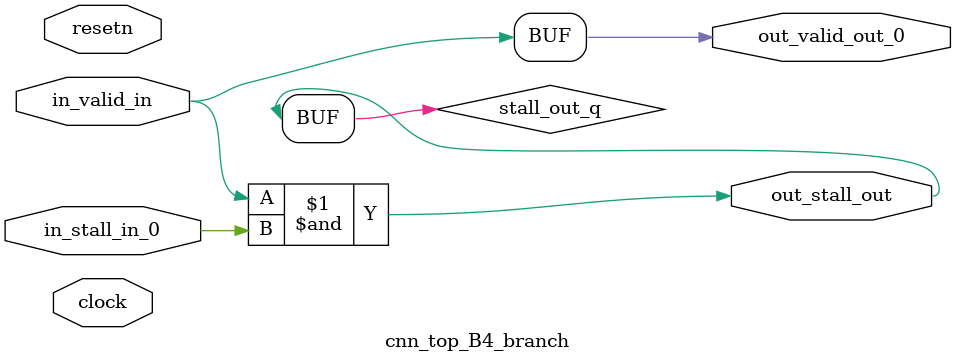
<source format=sv>



(* altera_attribute = "-name AUTO_SHIFT_REGISTER_RECOGNITION OFF; -name MESSAGE_DISABLE 10036; -name MESSAGE_DISABLE 10037; -name MESSAGE_DISABLE 14130; -name MESSAGE_DISABLE 14320; -name MESSAGE_DISABLE 15400; -name MESSAGE_DISABLE 14130; -name MESSAGE_DISABLE 10036; -name MESSAGE_DISABLE 12020; -name MESSAGE_DISABLE 12030; -name MESSAGE_DISABLE 12010; -name MESSAGE_DISABLE 12110; -name MESSAGE_DISABLE 14320; -name MESSAGE_DISABLE 13410; -name MESSAGE_DISABLE 113007; -name MESSAGE_DISABLE 10958" *)
module cnn_top_B4_branch (
    input wire [0:0] in_stall_in_0,
    input wire [0:0] in_valid_in,
    output wire [0:0] out_stall_out,
    output wire [0:0] out_valid_out_0,
    input wire clock,
    input wire resetn
    );

    wire [0:0] stall_out_q;


    // stall_out(LOGICAL,6)
    assign stall_out_q = in_valid_in & in_stall_in_0;

    // out_stall_out(GPOUT,4)
    assign out_stall_out = stall_out_q;

    // out_valid_out_0(GPOUT,5)
    assign out_valid_out_0 = in_valid_in;

endmodule

</source>
